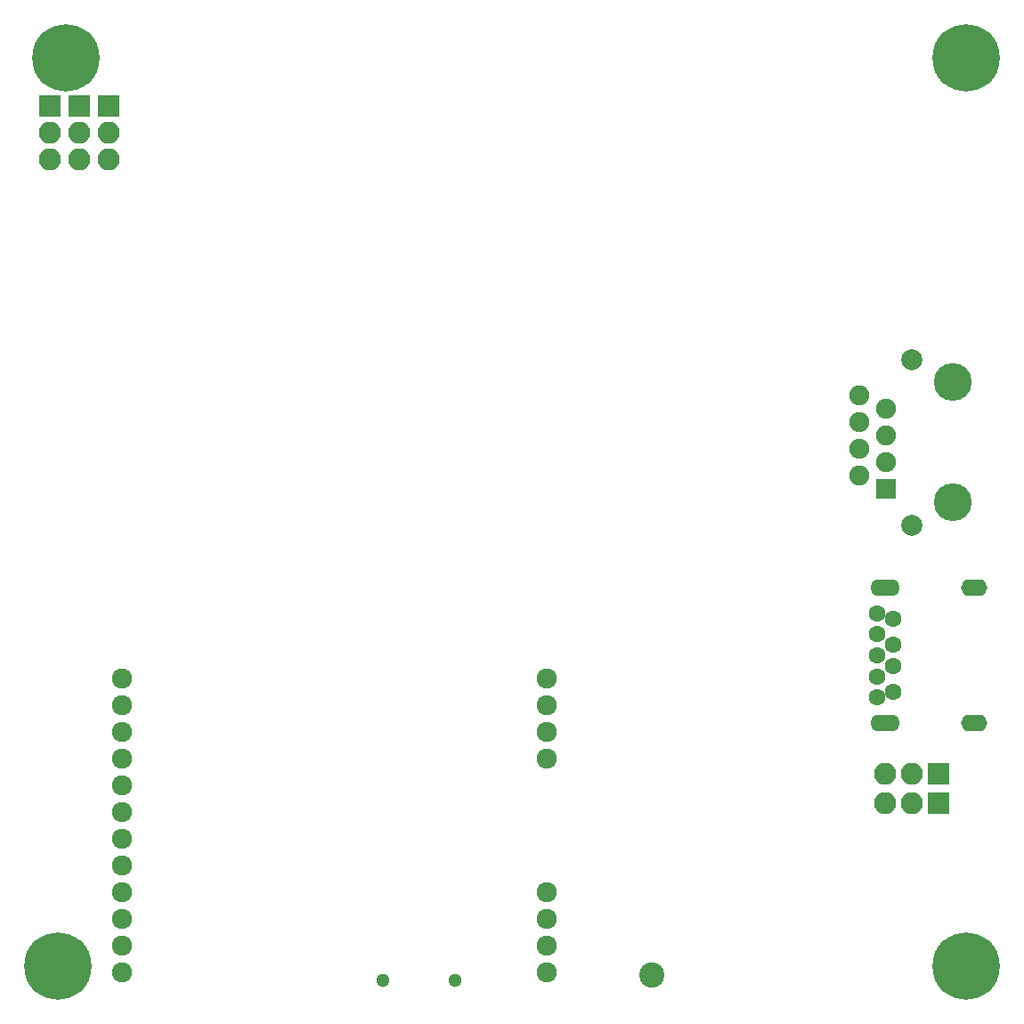
<source format=gbr>
G04 #@! TF.GenerationSoftware,KiCad,Pcbnew,(5.0.0)*
G04 #@! TF.CreationDate,2018-11-20T23:03:42-05:00*
G04 #@! TF.ProjectId,DART6UL_BREAKOUT,4441525436554C5F425245414B4F5554,rev?*
G04 #@! TF.SameCoordinates,Original*
G04 #@! TF.FileFunction,Soldermask,Bot*
G04 #@! TF.FilePolarity,Negative*
%FSLAX46Y46*%
G04 Gerber Fmt 4.6, Leading zero omitted, Abs format (unit mm)*
G04 Created by KiCad (PCBNEW (5.0.0)) date 11/20/18 23:03:42*
%MOMM*%
%LPD*%
G01*
G04 APERTURE LIST*
%ADD10C,3.600000*%
%ADD11R,1.900000X1.900000*%
%ADD12C,1.900000*%
%ADD13C,2.000000*%
%ADD14C,2.400000*%
%ADD15O,2.100000X2.100000*%
%ADD16R,2.100000X2.100000*%
%ADD17C,6.400000*%
%ADD18C,1.924000*%
%ADD19C,1.300000*%
%ADD20C,1.600000*%
%ADD21O,2.800000X1.600000*%
%ADD22O,2.500000X1.600000*%
G04 APERTURE END LIST*
D10*
G04 #@! TO.C,J4*
X224663000Y-65532000D03*
X224663000Y-76962000D03*
D11*
X218313000Y-75692000D03*
D12*
X215773000Y-74422000D03*
X218313000Y-73152000D03*
X215773000Y-71882000D03*
X218313000Y-70612000D03*
X215773000Y-69342000D03*
X218313000Y-68072000D03*
X215773000Y-66802000D03*
D13*
X220773000Y-79122000D03*
X220773000Y-63372000D03*
G04 #@! TD*
D14*
G04 #@! TO.C,J3*
X195988000Y-121910000D03*
G04 #@! TD*
D15*
G04 #@! TO.C,J6*
X144399000Y-44323000D03*
X144399000Y-41783000D03*
D16*
X144399000Y-39243000D03*
G04 #@! TD*
G04 #@! TO.C,J7*
X138811000Y-39243000D03*
D15*
X138811000Y-41783000D03*
X138811000Y-44323000D03*
G04 #@! TD*
D16*
G04 #@! TO.C,J8*
X141605000Y-39243000D03*
D15*
X141605000Y-41783000D03*
X141605000Y-44323000D03*
G04 #@! TD*
D17*
G04 #@! TO.C,MH1*
X225933000Y-34671000D03*
G04 #@! TD*
G04 #@! TO.C,MH2*
X225933000Y-121031000D03*
G04 #@! TD*
G04 #@! TO.C,MH3*
X139573000Y-121031000D03*
G04 #@! TD*
G04 #@! TO.C,MH4*
X140335000Y-34671000D03*
G04 #@! TD*
D18*
G04 #@! TO.C,U7*
X145615000Y-93676000D03*
X145615000Y-96216000D03*
X145615000Y-98756000D03*
X145615000Y-101296000D03*
X145615000Y-103836000D03*
X145615000Y-106376000D03*
X145615000Y-108916000D03*
X145615000Y-111456000D03*
X145615000Y-113996000D03*
X145615000Y-116536000D03*
X145615000Y-119076000D03*
X145615000Y-121616000D03*
X186055000Y-121666000D03*
X186055000Y-119126000D03*
X186015000Y-116586000D03*
X186055000Y-114046000D03*
X186055000Y-101346000D03*
X186055000Y-98806000D03*
X186055000Y-96266000D03*
X186055000Y-93726000D03*
G04 #@! TD*
D19*
G04 #@! TO.C,SW1*
X170492000Y-122428000D03*
X177292000Y-122428000D03*
G04 #@! TD*
D20*
G04 #@! TO.C,J11*
X218948000Y-94996000D03*
X218948000Y-92496000D03*
X218948000Y-90496000D03*
X218948000Y-87996000D03*
X217448000Y-87496000D03*
X217448000Y-89496000D03*
X217448000Y-91496000D03*
X217448000Y-93496000D03*
X217448000Y-95496000D03*
D21*
X218198000Y-85096000D03*
X218198000Y-97896000D03*
D22*
X226698000Y-85096000D03*
X226698000Y-97896000D03*
G04 #@! TD*
D16*
G04 #@! TO.C,J22*
X223266000Y-102743000D03*
D15*
X220726000Y-102743000D03*
X218186000Y-102743000D03*
G04 #@! TD*
D16*
G04 #@! TO.C,J23*
X223266000Y-105537000D03*
D15*
X220726000Y-105537000D03*
X218186000Y-105537000D03*
G04 #@! TD*
M02*

</source>
